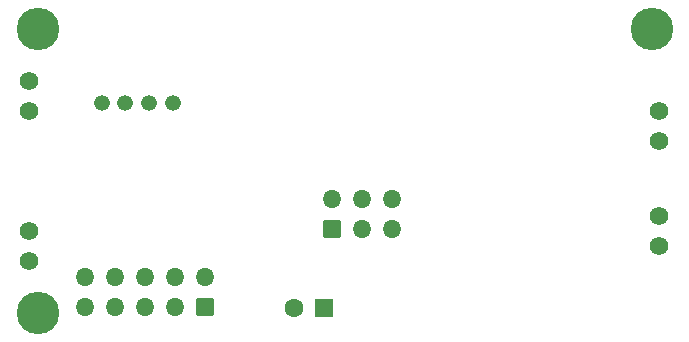
<source format=gbr>
%TF.GenerationSoftware,Altium Limited,Altium Designer,20.1.8 (145)*%
G04 Layer_Color=16711833*
%FSLAX45Y45*%
%MOMM*%
%TF.SameCoordinates,4FE69ECD-ABF1-445D-A2E8-605A74DE355E*%
%TF.FilePolarity,Negative*%
%TF.FileFunction,Soldermask,Bot*%
%TF.Part,Single*%
G01*
G75*
%TA.AperFunction,ViaPad*%
%ADD34C,3.60000*%
%TA.AperFunction,ComponentPad*%
%ADD40C,1.32600*%
%ADD41C,1.57600*%
G04:AMPARAMS|DCode=42|XSize=1.576mm|YSize=1.526mm|CornerRadius=0.21925mm|HoleSize=0mm|Usage=FLASHONLY|Rotation=180.000|XOffset=0mm|YOffset=0mm|HoleType=Round|Shape=RoundedRectangle|*
%AMROUNDEDRECTD42*
21,1,1.57600,1.08750,0,0,180.0*
21,1,1.13750,1.52600,0,0,180.0*
1,1,0.43850,-0.56875,0.54375*
1,1,0.43850,0.56875,0.54375*
1,1,0.43850,0.56875,-0.54375*
1,1,0.43850,-0.56875,-0.54375*
%
%ADD42ROUNDEDRECTD42*%
%ADD43O,1.57600X1.52600*%
%ADD44C,1.60000*%
G04:AMPARAMS|DCode=45|XSize=1.6mm|YSize=1.6mm|CornerRadius=0.2285mm|HoleSize=0mm|Usage=FLASHONLY|Rotation=180.000|XOffset=0mm|YOffset=0mm|HoleType=Round|Shape=RoundedRectangle|*
%AMROUNDEDRECTD45*
21,1,1.60000,1.14300,0,0,180.0*
21,1,1.14300,1.60000,0,0,180.0*
1,1,0.45700,-0.57150,0.57150*
1,1,0.45700,0.57150,0.57150*
1,1,0.45700,0.57150,-0.57150*
1,1,0.45700,-0.57150,-0.57150*
%
%ADD45ROUNDEDRECTD45*%
D34*
X200000Y200000D02*
D03*
Y2600000D02*
D03*
X5400000D02*
D03*
D40*
X742340Y1973580D02*
D03*
X942340D02*
D03*
X1142340D02*
D03*
X1342340D02*
D03*
D41*
X5461000Y1016000D02*
D03*
Y762000D02*
D03*
X127000Y2159000D02*
D03*
Y1905000D02*
D03*
Y635000D02*
D03*
Y889000D02*
D03*
X5461000Y1905000D02*
D03*
Y1651000D02*
D03*
D42*
X1616204Y247460D02*
D03*
X2693799Y908317D02*
D03*
D43*
X1362204Y247460D02*
D03*
X1108204D02*
D03*
X854204D02*
D03*
X600204D02*
D03*
Y501460D02*
D03*
X854204D02*
D03*
X1108204D02*
D03*
X1362204D02*
D03*
X1616204D02*
D03*
X2947799Y908318D02*
D03*
X3201799Y908317D02*
D03*
Y1162317D02*
D03*
X2947799Y1162317D02*
D03*
X2693799Y1162317D02*
D03*
D44*
X2367280Y242570D02*
D03*
D45*
X2621280D02*
D03*
%TF.MD5,a43cc1479e2ef4cddeafb43820b32b10*%
M02*

</source>
